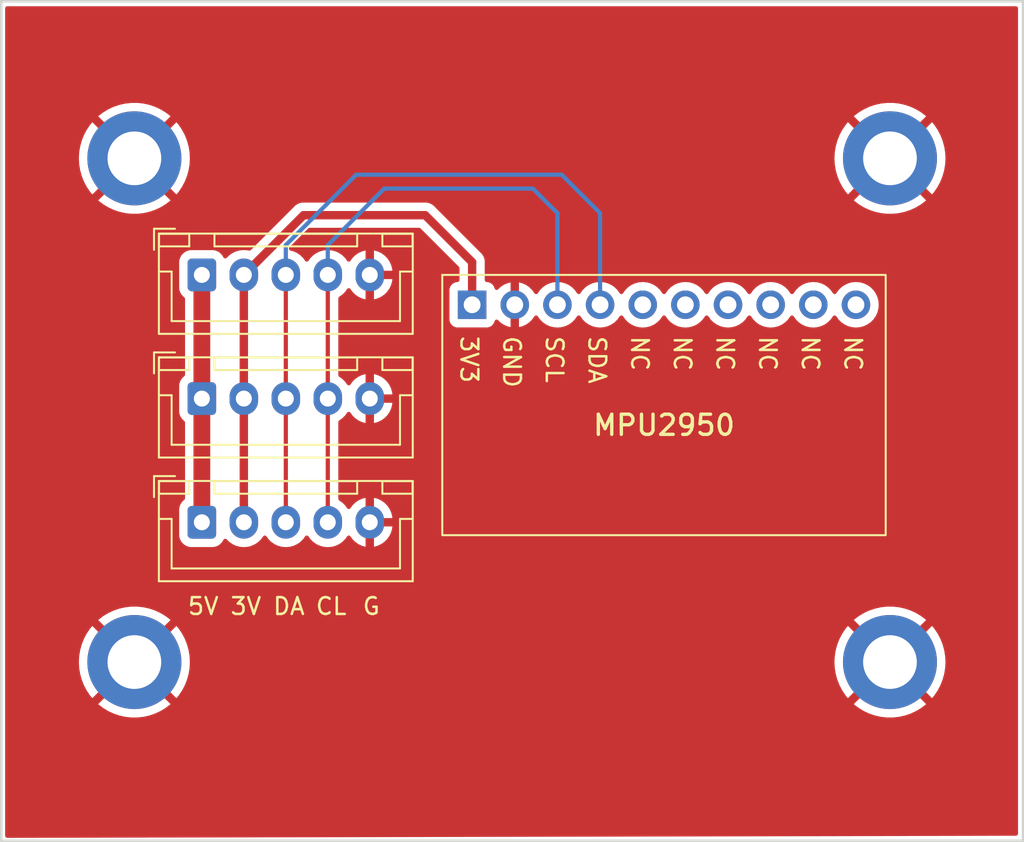
<source format=kicad_pcb>
(kicad_pcb (version 20221018) (generator pcbnew)
  (layers (0 "F.Cu" signal) (31 "B.Cu" signal) (34 "B.Paste" user) (35 "F.Paste" user) (36 "B.SilkS" user "B.Silkscreen") (37 "F.SilkS" user "F.Silkscreen") (38 "B.Mask" user) (39 "F.Mask" user) (44 "Edge.Cuts" user))
  (net 0 "")
  (net 1 "V08")
  (net 2 "GND")
  (net 3 "SCL")
  (net 4 "SDA")
  (net 11 "+5V")
  (footprint "MountingHole:MountingHole_3.2mm_M3_DIN965_Pad_TopBottom" (layer "F.Cu") (at 173.221 112.97275)
    (fp_text reference "H4" hide)
    (fp_text value "MountingHole_Pad")
    (pad "1" thru_hole circle (at 0 0) (size 3.6 3.6) (drill 3.2) (layers "*.Cu" "*.Mask") (net 2 "GND"))
    (pad "1" connect circle (at 0 0) (size 5.6 5.6) (layers "F.Cu" "F.Mask") (net 2 "GND"))
    (pad "1" connect circle (at 0 0) (size 5.6 5.6) (layers "B.Cu" "B.Mask") (net 2 "GND"))
  )
  (footprint "Connector_JST:JST_XH_B5B-XH-A_1x05_P2.50mm_Vertical" (layer "F.Cu") (at 132.24 104.648)
    (fp_text reference "J4" hide)
    (fp_text value "Conn_01x05")
    (fp_line (start -2.85 -2.75) (end -2.85 -1.5) (stroke (width 0.12)) (layer "F.SilkS"))
    (fp_line (start -2.56 -2.46) (end -2.56 3.51) (stroke (width 0.12)) (layer "F.SilkS"))
    (fp_line (start -2.56 3.51) (end 12.56 3.51) (stroke (width 0.12)) (layer "F.SilkS"))
    (fp_line (start -2.55 -2.45) (end -2.55 -1.7) (stroke (width 0.12)) (layer "F.SilkS"))
    (fp_line (start -2.55 -1.7) (end -0.75 -1.7) (stroke (width 0.12)) (layer "F.SilkS"))
    (fp_line (start -2.55 -0.2) (end -1.8 -0.2) (stroke (width 0.12)) (layer "F.SilkS"))
    (fp_line (start -1.8 -0.2) (end -1.8 2.75) (stroke (width 0.12)) (layer "F.SilkS"))
    (fp_line (start -1.8 2.75) (end 5 2.75) (stroke (width 0.12)) (layer "F.SilkS"))
    (fp_line (start -1.6 -2.75) (end -2.85 -2.75) (stroke (width 0.12)) (layer "F.SilkS"))
    (fp_line (start -0.75 -2.45) (end -2.55 -2.45) (stroke (width 0.12)) (layer "F.SilkS"))
    (fp_line (start -0.75 -1.7) (end -0.75 -2.45) (stroke (width 0.12)) (layer "F.SilkS"))
    (fp_line (start 0.75 -2.45) (end 0.75 -1.7) (stroke (width 0.12)) (layer "F.SilkS"))
    (fp_line (start 0.75 -1.7) (end 9.25 -1.7) (stroke (width 0.12)) (layer "F.SilkS"))
    (fp_line (start 9.25 -2.45) (end 0.75 -2.45) (stroke (width 0.12)) (layer "F.SilkS"))
    (fp_line (start 9.25 -1.7) (end 9.25 -2.45) (stroke (width 0.12)) (layer "F.SilkS"))
    (fp_line (start 10.75 -2.45) (end 10.75 -1.7) (stroke (width 0.12)) (layer "F.SilkS"))
    (fp_line (start 10.75 -1.7) (end 12.55 -1.7) (stroke (width 0.12)) (layer "F.SilkS"))
    (fp_line (start 11.8 -0.2) (end 11.8 2.75) (stroke (width 0.12)) (layer "F.SilkS"))
    (fp_line (start 11.8 2.75) (end 5 2.75) (stroke (width 0.12)) (layer "F.SilkS"))
    (fp_line (start 12.55 -2.45) (end 10.75 -2.45) (stroke (width 0.12)) (layer "F.SilkS"))
    (fp_line (start 12.55 -1.7) (end 12.55 -2.45) (stroke (width 0.12)) (layer "F.SilkS"))
    (fp_line (start 12.55 -0.2) (end 11.8 -0.2) (stroke (width 0.12)) (layer "F.SilkS"))
    (fp_line (start 12.56 -2.46) (end -2.56 -2.46) (stroke (width 0.12)) (layer "F.SilkS"))
    (fp_line (start 12.56 3.51) (end 12.56 -2.46) (stroke (width 0.12)) (layer "F.SilkS"))
    (pad "1" thru_hole roundrect (at 0 0) (size 1.7 1.95) (drill 0.95) (layers "*.Cu" "*.Mask") (roundrect_rratio 0.147059) (net 11 "+5V"))
    (pad "2" thru_hole oval (at 2.5 0) (size 1.7 1.95) (drill 0.95) (layers "*.Cu" "*.Mask") (net 1 "V08"))
    (pad "3" thru_hole oval (at 5 0) (size 1.7 1.95) (drill 0.95) (layers "*.Cu" "*.Mask") (net 4 "SDA"))
    (pad "4" thru_hole oval (at 7.5 0) (size 1.7 1.95) (drill 0.95) (layers "*.Cu" "*.Mask") (net 3 "SCL"))
    (pad "5" thru_hole oval (at 10 0) (size 1.7 1.95) (drill 0.95) (layers "*.Cu" "*.Mask") (net 2 "GND"))
  )
  (footprint "Connector_JST:JST_XH_B5B-XH-A_1x05_P2.50mm_Vertical" (layer "F.Cu") (at 132.24 97.282)
    (fp_text reference "J3" hide)
    (fp_text value "Conn_01x05")
    (fp_line (start -2.85 -2.75) (end -2.85 -1.5) (stroke (width 0.12)) (layer "F.SilkS"))
    (fp_line (start -2.56 -2.46) (end -2.56 3.51) (stroke (width 0.12)) (layer "F.SilkS"))
    (fp_line (start -2.56 3.51) (end 12.56 3.51) (stroke (width 0.12)) (layer "F.SilkS"))
    (fp_line (start -2.55 -2.45) (end -2.55 -1.7) (stroke (width 0.12)) (layer "F.SilkS"))
    (fp_line (start -2.55 -1.7) (end -0.75 -1.7) (stroke (width 0.12)) (layer "F.SilkS"))
    (fp_line (start -2.55 -0.2) (end -1.8 -0.2) (stroke (width 0.12)) (layer "F.SilkS"))
    (fp_line (start -1.8 -0.2) (end -1.8 2.75) (stroke (width 0.12)) (layer "F.SilkS"))
    (fp_line (start -1.8 2.75) (end 5 2.75) (stroke (width 0.12)) (layer "F.SilkS"))
    (fp_line (start -1.6 -2.75) (end -2.85 -2.75) (stroke (width 0.12)) (layer "F.SilkS"))
    (fp_line (start -0.75 -2.45) (end -2.55 -2.45) (stroke (width 0.12)) (layer "F.SilkS"))
    (fp_line (start -0.75 -1.7) (end -0.75 -2.45) (stroke (width 0.12)) (layer "F.SilkS"))
    (fp_line (start 0.75 -2.45) (end 0.75 -1.7) (stroke (width 0.12)) (layer "F.SilkS"))
    (fp_line (start 0.75 -1.7) (end 9.25 -1.7) (stroke (width 0.12)) (layer "F.SilkS"))
    (fp_line (start 9.25 -2.45) (end 0.75 -2.45) (stroke (width 0.12)) (layer "F.SilkS"))
    (fp_line (start 9.25 -1.7) (end 9.25 -2.45) (stroke (width 0.12)) (layer "F.SilkS"))
    (fp_line (start 10.75 -2.45) (end 10.75 -1.7) (stroke (width 0.12)) (layer "F.SilkS"))
    (fp_line (start 10.75 -1.7) (end 12.55 -1.7) (stroke (width 0.12)) (layer "F.SilkS"))
    (fp_line (start 11.8 -0.2) (end 11.8 2.75) (stroke (width 0.12)) (layer "F.SilkS"))
    (fp_line (start 11.8 2.75) (end 5 2.75) (stroke (width 0.12)) (layer "F.SilkS"))
    (fp_line (start 12.55 -2.45) (end 10.75 -2.45) (stroke (width 0.12)) (layer "F.SilkS"))
    (fp_line (start 12.55 -1.7) (end 12.55 -2.45) (stroke (width 0.12)) (layer "F.SilkS"))
    (fp_line (start 12.55 -0.2) (end 11.8 -0.2) (stroke (width 0.12)) (layer "F.SilkS"))
    (fp_line (start 12.56 -2.46) (end -2.56 -2.46) (stroke (width 0.12)) (layer "F.SilkS"))
    (fp_line (start 12.56 3.51) (end 12.56 -2.46) (stroke (width 0.12)) (layer "F.SilkS"))
    (pad "1" thru_hole roundrect (at 0 0) (size 1.7 1.95) (drill 0.95) (layers "*.Cu" "*.Mask") (roundrect_rratio 0.147059) (net 11 "+5V"))
    (pad "2" thru_hole oval (at 2.5 0) (size 1.7 1.95) (drill 0.95) (layers "*.Cu" "*.Mask") (net 1 "V08"))
    (pad "3" thru_hole oval (at 5 0) (size 1.7 1.95) (drill 0.95) (layers "*.Cu" "*.Mask") (net 4 "SDA"))
    (pad "4" thru_hole oval (at 7.5 0) (size 1.7 1.95) (drill 0.95) (layers "*.Cu" "*.Mask") (net 3 "SCL"))
    (pad "5" thru_hole oval (at 10 0) (size 1.7 1.95) (drill 0.95) (layers "*.Cu" "*.Mask") (net 2 "GND"))
  )
  (footprint "MountingHole:MountingHole_3.2mm_M3_DIN965_Pad_TopBottom" (layer "F.Cu") (at 128.221 82.97275)
    (fp_text reference "H1" hide)
    (fp_text value "MountingHole_Pad")
    (pad "1" thru_hole circle (at 0 0) (size 3.6 3.6) (drill 3.2) (layers "*.Cu" "*.Mask") (net 2 "GND"))
    (pad "1" connect circle (at 0 0) (size 5.6 5.6) (layers "F.Cu" "F.Mask") (net 2 "GND"))
    (pad "1" connect circle (at 0 0) (size 5.6 5.6) (layers "B.Cu" "B.Mask") (net 2 "GND"))
  )
  (footprint "MountingHole:MountingHole_3.2mm_M3_DIN965_Pad_TopBottom" (layer "F.Cu") (at 173.221 82.97275)
    (fp_text reference "H2" hide)
    (fp_text value "MountingHole_Pad")
    (pad "1" thru_hole circle (at 0 0) (size 3.6 3.6) (drill 3.2) (layers "*.Cu" "*.Mask") (net 2 "GND"))
    (pad "1" connect circle (at 0 0) (size 5.6 5.6) (layers "F.Cu" "F.Mask") (net 2 "GND"))
    (pad "1" connect circle (at 0 0) (size 5.6 5.6) (layers "B.Cu" "B.Mask") (net 2 "GND"))
  )
  (footprint "Modules:MPU2950_Module" (layer "F.Cu") (at 159.766 80.264)
    (fp_text reference "J1" hide)
    (fp_text value "Conn_01x10")
    (fp_text user "MPU2950" (at 0 19.304 unlocked) (layer "F.SilkS") (effects (font (size 1.2 1.2) (thickness 0.2) bold) (justify bottom)))
    (fp_rect (start -13.208 9.652) (end 13.2 25.152) (stroke (width 0.12)) (fill none) (layer "F.SilkS"))
    (pad "1" thru_hole rect (at -11.43 11.43 90) (size 1.7 1.7) (drill 1) (layers "*.Cu" "*.Mask") (net 1 "V08"))
    (pad "2" thru_hole oval (at -8.89 11.43 90) (size 1.7 1.7) (drill 1) (layers "*.Cu" "*.Mask") (net 2 "GND"))
    (pad "3" thru_hole oval (at -6.35 11.43 90) (size 1.7 1.7) (drill 1) (layers "*.Cu" "*.Mask") (net 3 "SCL"))
    (pad "4" thru_hole oval (at -3.81 11.43 90) (size 1.7 1.7) (drill 1) (layers "*.Cu" "*.Mask") (net 4 "SDA"))
    (pad "5" thru_hole oval (at -1.27 11.43 90) (size 1.7 1.7) (drill 1) (layers "*.Cu" "*.Mask"))
    (pad "6" thru_hole oval (at 1.27 11.43 90) (size 1.7 1.7) (drill 1) (layers "*.Cu" "*.Mask"))
    (pad "7" thru_hole oval (at 3.81 11.43 90) (size 1.7 1.7) (drill 1) (layers "*.Cu" "*.Mask"))
    (pad "8" thru_hole oval (at 6.35 11.43 90) (size 1.7 1.7) (drill 1) (layers "*.Cu" "*.Mask"))
    (pad "9" thru_hole oval (at 8.89 11.43 90) (size 1.7 1.7) (drill 1) (layers "*.Cu" "*.Mask"))
    (pad "10" thru_hole oval (at 11.43 11.43 90) (size 1.7 1.7) (drill 1) (layers "*.Cu" "*.Mask"))
  )
  (footprint "Connector_JST:JST_XH_B5B-XH-A_1x05_P2.50mm_Vertical" (layer "F.Cu") (at 132.24 89.916)
    (fp_text reference "J2" hide)
    (fp_text value "Conn_01x05")
    (fp_line (start -2.85 -2.75) (end -2.85 -1.5) (stroke (width 0.12)) (layer "F.SilkS"))
    (fp_line (start -2.56 -2.46) (end -2.56 3.51) (stroke (width 0.12)) (layer "F.SilkS"))
    (fp_line (start -2.56 3.51) (end 12.56 3.51) (stroke (width 0.12)) (layer "F.SilkS"))
    (fp_line (start -2.55 -2.45) (end -2.55 -1.7) (stroke (width 0.12)) (layer "F.SilkS"))
    (fp_line (start -2.55 -1.7) (end -0.75 -1.7) (stroke (width 0.12)) (layer "F.SilkS"))
    (fp_line (start -2.55 -0.2) (end -1.8 -0.2) (stroke (width 0.12)) (layer "F.SilkS"))
    (fp_line (start -1.8 -0.2) (end -1.8 2.75) (stroke (width 0.12)) (layer "F.SilkS"))
    (fp_line (start -1.8 2.75) (end 5 2.75) (stroke (width 0.12)) (layer "F.SilkS"))
    (fp_line (start -1.6 -2.75) (end -2.85 -2.75) (stroke (width 0.12)) (layer "F.SilkS"))
    (fp_line (start -0.75 -2.45) (end -2.55 -2.45) (stroke (width 0.12)) (layer "F.SilkS"))
    (fp_line (start -0.75 -1.7) (end -0.75 -2.45) (stroke (width 0.12)) (layer "F.SilkS"))
    (fp_line (start 0.75 -2.45) (end 0.75 -1.7) (stroke (width 0.12)) (layer "F.SilkS"))
    (fp_line (start 0.75 -1.7) (end 9.25 -1.7) (stroke (width 0.12)) (layer "F.SilkS"))
    (fp_line (start 9.25 -2.45) (end 0.75 -2.45) (stroke (width 0.12)) (layer "F.SilkS"))
    (fp_line (start 9.25 -1.7) (end 9.25 -2.45) (stroke (width 0.12)) (layer "F.SilkS"))
    (fp_line (start 10.75 -2.45) (end 10.75 -1.7) (stroke (width 0.12)) (layer "F.SilkS"))
    (fp_line (start 10.75 -1.7) (end 12.55 -1.7) (stroke (width 0.12)) (layer "F.SilkS"))
    (fp_line (start 11.8 -0.2) (end 11.8 2.75) (stroke (width 0.12)) (layer "F.SilkS"))
    (fp_line (start 11.8 2.75) (end 5 2.75) (stroke (width 0.12)) (layer "F.SilkS"))
    (fp_line (start 12.55 -2.45) (end 10.75 -2.45) (stroke (width 0.12)) (layer "F.SilkS"))
    (fp_line (start 12.55 -1.7) (end 12.55 -2.45) (stroke (width 0.12)) (layer "F.SilkS"))
    (fp_line (start 12.55 -0.2) (end 11.8 -0.2) (stroke (width 0.12)) (layer "F.SilkS"))
    (fp_line (start 12.56 -2.46) (end -2.56 -2.46) (stroke (width 0.12)) (layer "F.SilkS"))
    (fp_line (start 12.56 3.51) (end 12.56 -2.46) (stroke (width 0.12)) (layer "F.SilkS"))
    (pad "1" thru_hole roundrect (at 0 0) (size 1.7 1.95) (drill 0.95) (layers "*.Cu" "*.Mask") (roundrect_rratio 0.147059) (net 11 "+5V"))
    (pad "2" thru_hole oval (at 2.5 0) (size 1.7 1.95) (drill 0.95) (layers "*.Cu" "*.Mask") (net 1 "V08"))
    (pad "3" thru_hole oval (at 5 0) (size 1.7 1.95) (drill 0.95) (layers "*.Cu" "*.Mask") (net 4 "SDA"))
    (pad "4" thru_hole oval (at 7.5 0) (size 1.7 1.95) (drill 0.95) (layers "*.Cu" "*.Mask") (net 3 "SCL"))
    (pad "5" thru_hole oval (at 10 0) (size 1.7 1.95) (drill 0.95) (layers "*.Cu" "*.Mask") (net 2 "GND"))
  )
  (footprint "MountingHole:MountingHole_3.2mm_M3_DIN965_Pad_TopBottom" (layer "F.Cu") (at 128.221 112.97275)
    (fp_text reference "H3" hide)
    (fp_text value "MountingHole_Pad")
    (pad "1" thru_hole circle (at 0 0) (size 3.6 3.6) (drill 3.2) (layers "*.Cu" "*.Mask") (net 2 "GND"))
    (pad "1" connect circle (at 0 0) (size 5.6 5.6) (layers "F.Cu" "F.Mask") (net 2 "GND"))
    (pad "1" connect circle (at 0 0) (size 5.6 5.6) (layers "B.Cu" "B.Mask") (net 2 "GND"))
  )
  (gr_rect (start 120.293 73.618) (end 181.149 123.618) (stroke (width 0.15)) (fill none) (layer "Edge.Cuts"))
  (gr_text "DA" (at 136.398 110.236) (layer "F.SilkS") (effects (font (size 1 1)) (justify left bottom)))
  (gr_text "NC" (at 165.354 93.472 270) (layer "F.SilkS") (effects (font (size 1 1)) (justify left bottom)))
  (gr_text "3V" (at 133.858 110.236) (layer "F.SilkS") (effects (font (size 1 1)) (justify left bottom)))
  (gr_text "G" (at 141.732 110.236) (layer "F.SilkS") (effects (font (size 1 1)) (justify left bottom)))
  (gr_text "SCL" (at 152.654 93.472 270) (layer "F.SilkS") (effects (font (size 1 1)) (justify left bottom)))
  (gr_text "5V" (at 131.318 110.236) (layer "F.SilkS") (effects (font (size 1 1)) (justify left bottom)))
  (gr_text "GND" (at 150.114 93.472 270) (layer "F.SilkS") (effects (font (size 1 1)) (justify left bottom)))
  (gr_text "NC" (at 157.734 93.472 270) (layer "F.SilkS") (effects (font (size 1 1)) (justify left bottom)))
  (gr_text "3V3" (at 147.574 93.472 -90) (layer "F.SilkS") (effects (font (size 1 1)) (justify left bottom)))
  (gr_text "NC" (at 160.274 93.472 270) (layer "F.SilkS") (effects (font (size 1 1)) (justify left bottom)))
  (gr_text "NC" (at 162.814 93.472 270) (layer "F.SilkS") (effects (font (size 1 1)) (justify left bottom)))
  (gr_text "SDA" (at 155.194 93.472 270) (layer "F.SilkS") (effects (font (size 1 1)) (justify left bottom)))
  (gr_text "CL" (at 138.938 110.236) (layer "F.SilkS") (effects (font (size 1 1)) (justify left bottom)))
  (gr_text "NC" (at 170.434 93.472 270) (layer "F.SilkS") (effects (font (size 1 1)) (justify left bottom)))
  (gr_text "NC" (at 167.894 93.472 270) (layer "F.SilkS") (effects (font (size 1 1)) (justify left bottom)))
  (segment (start 134.74 89.916) (end 138.296 86.36) (width 0.5) (layer "F.Cu") (net 1))
  (segment (start 145.542 86.36) (end 148.336 89.154) (width 0.5) (layer "F.Cu") (net 1))
  (segment (start 148.336 89.154) (end 148.336 91.694) (width 0.5) (layer "F.Cu") (net 1))
  (segment (start 134.74 89.916) (end 134.74 104.648) (width 0.5) (layer "F.Cu") (net 1))
  (segment (start 138.296 86.36) (end 145.542 86.36) (width 0.5) (layer "F.Cu") (net 1))
  (segment (start 139.74 89.916) (end 139.74 104.648) (width 0.25) (layer "F.Cu") (net 3))
  (segment (start 151.9555 84.7725) (end 153.416 86.233) (width 0.25) (layer "B.Cu") (net 3))
  (segment (start 139.74 88.138) (end 143.1055 84.7725) (width 0.25) (layer "B.Cu") (net 3))
  (segment (start 153.416 86.233) (end 153.416 91.694) (width 0.25) (layer "B.Cu") (net 3))
  (segment (start 143.1055 84.7725) (end 151.9555 84.7725) (width 0.25) (layer "B.Cu") (net 3))
  (segment (start 139.74 89.916) (end 139.74 88.138) (width 0.25) (layer "B.Cu") (net 3))
  (segment (start 137.24 89.916) (end 137.24 104.648) (width 0.25) (layer "F.Cu") (net 4))
  (segment (start 137.24 89.916) (end 137.24 88.138) (width 0.25) (layer "B.Cu") (net 4))
  (segment (start 137.24 88.138) (end 141.431 83.947) (width 0.25) (layer "B.Cu") (net 4))
  (segment (start 141.431 83.947) (end 153.67 83.947) (width 0.25) (layer "B.Cu") (net 4))
  (segment (start 155.956 86.233) (end 155.956 91.694) (width 0.25) (layer "B.Cu") (net 4))
  (segment (start 153.67 83.947) (end 155.956 86.233) (width 0.25) (layer "B.Cu") (net 4))
  (segment (start 132.24 89.916) (end 132.24 104.648) (width 1) (layer "F.Cu") (net 11))
  (zone (net 2) (net_name "GND") (layer "F.Cu") (connect_pads (clearance 0.5)) (min_thickness 0.25) (fill yes (thermal_gap 0.5) (thermal_bridge_width 0.5))
    (polygon (pts (xy 120.523 73.914) (xy 120.523 123.444) (xy 180.848 123.317) (xy 180.848 73.914)))
  )
)
</source>
